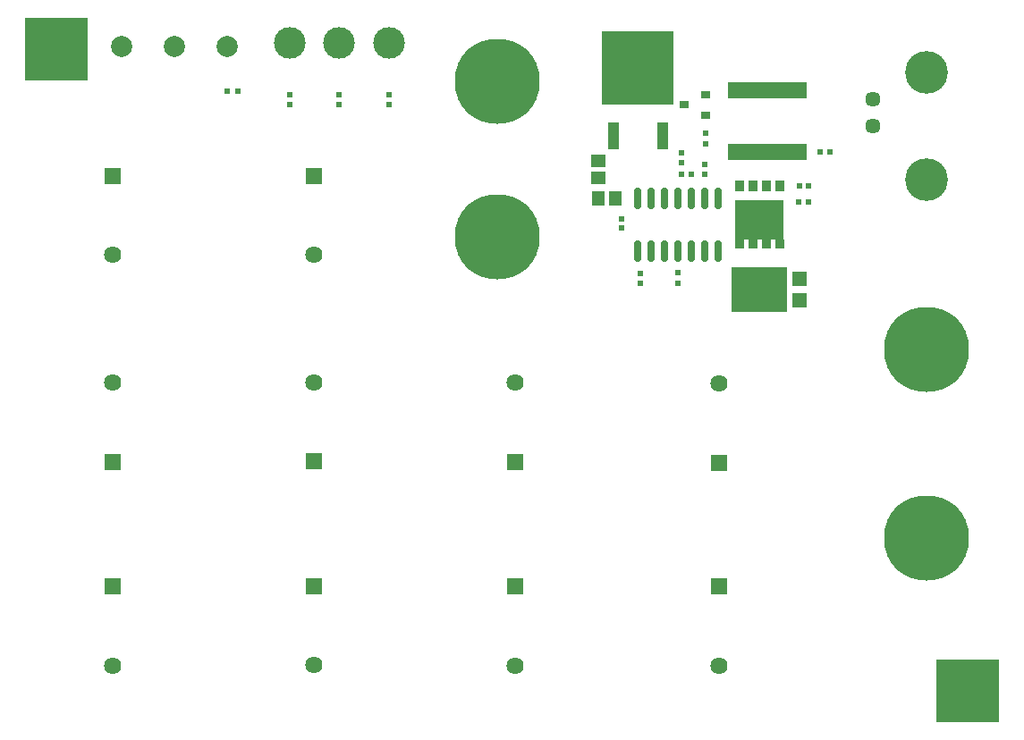
<source format=gts>
G04*
G04 #@! TF.GenerationSoftware,Altium Limited,Altium Designer,19.0.6 (157)*
G04*
G04 Layer_Color=3707366*
%FSLAX25Y25*%
%MOIN*%
G70*
G01*
G75*
%ADD17R,0.02000X0.02200*%
%ADD18R,0.05700X0.05500*%
%ADD19R,0.20866X0.16500*%
%ADD21R,0.02200X0.02000*%
%ADD22R,0.05140X0.05709*%
%ADD23R,0.05709X0.05140*%
%ADD28R,0.29300X0.06300*%
%ADD29R,0.03500X0.03100*%
%ADD31R,0.02400X0.02400*%
G04:AMPARAMS|DCode=32|XSize=80mil|YSize=24mil|CornerRadius=6.5mil|HoleSize=0mil|Usage=FLASHONLY|Rotation=90.000|XOffset=0mil|YOffset=0mil|HoleType=Round|Shape=RoundedRectangle|*
%AMROUNDEDRECTD32*
21,1,0.08000,0.01100,0,0,90.0*
21,1,0.06700,0.02400,0,0,90.0*
1,1,0.01300,0.00550,0.03350*
1,1,0.01300,0.00550,-0.03350*
1,1,0.01300,-0.00550,-0.03350*
1,1,0.01300,-0.00550,0.03350*
%
%ADD32ROUNDEDRECTD32*%
%ADD33R,0.02400X0.02400*%
%ADD34R,0.03900X0.10000*%
%ADD35R,0.26900X0.27500*%
%ADD36R,0.03350X0.03547*%
%ADD37R,0.03350X0.04137*%
%ADD38R,0.18310X0.14570*%
%ADD39C,0.07882*%
%ADD40R,0.06400X0.06400*%
%ADD41C,0.06400*%
%ADD42C,0.11819*%
%ADD43C,0.31696*%
%ADD44R,0.23630X0.23630*%
%ADD45C,0.05700*%
%ADD46C,0.15948*%
G36*
X277289Y196215D02*
D01*
D01*
D01*
D01*
D01*
D01*
D01*
D01*
D02*
G37*
G36*
X286467D02*
D01*
D01*
D01*
D01*
D01*
D01*
D01*
D01*
D02*
G37*
D17*
X87283Y240158D02*
D03*
X83583D02*
D03*
X304449Y217642D02*
D03*
X308149D02*
D03*
X300275Y198819D02*
D03*
X296575D02*
D03*
X252678Y209142D02*
D03*
X256378D02*
D03*
D18*
X296765Y170276D02*
D03*
Y162008D02*
D03*
D19*
X281778Y166142D02*
D03*
D21*
X261828Y224342D02*
D03*
Y220642D02*
D03*
X261378Y212842D02*
D03*
Y209142D02*
D03*
X251378Y172342D02*
D03*
Y168642D02*
D03*
D22*
X227964Y199992D02*
D03*
X221642D02*
D03*
D23*
Y214184D02*
D03*
Y207863D02*
D03*
D28*
X284878Y217642D02*
D03*
Y240342D02*
D03*
D29*
X261828Y231292D02*
D03*
Y238692D02*
D03*
X253928Y234992D02*
D03*
D31*
X106693Y238758D02*
D03*
Y235258D02*
D03*
X143701Y238758D02*
D03*
Y235258D02*
D03*
X230315Y189092D02*
D03*
Y192592D02*
D03*
X252756Y217104D02*
D03*
Y213604D02*
D03*
X125197Y238758D02*
D03*
Y235258D02*
D03*
X237441Y172008D02*
D03*
Y168508D02*
D03*
D32*
X236378Y180592D02*
D03*
X241378D02*
D03*
X246378D02*
D03*
X251378D02*
D03*
X256378D02*
D03*
X261378D02*
D03*
X266378D02*
D03*
Y199992D02*
D03*
X261378D02*
D03*
X256378D02*
D03*
X251378D02*
D03*
X246378D02*
D03*
X241378D02*
D03*
X236378D02*
D03*
D33*
X300175Y204770D02*
D03*
X296675D02*
D03*
D34*
X227598Y223569D02*
D03*
X245630D02*
D03*
D35*
X236614Y248819D02*
D03*
D36*
X289378Y183215D02*
D03*
X284378D02*
D03*
X279378D02*
D03*
X274378D02*
D03*
D37*
Y204770D02*
D03*
X279378D02*
D03*
X284378D02*
D03*
X289378D02*
D03*
D38*
X281878Y192073D02*
D03*
D39*
X83465Y256693D02*
D03*
X63779D02*
D03*
X44094D02*
D03*
D40*
X115878Y208520D02*
D03*
X266878Y101492D02*
D03*
X190878Y101965D02*
D03*
X115878Y101992D02*
D03*
X40878Y101965D02*
D03*
Y208520D02*
D03*
Y55492D02*
D03*
X115878Y55520D02*
D03*
X190878Y55492D02*
D03*
X266878D02*
D03*
D41*
X115878Y178992D02*
D03*
X266878Y131020D02*
D03*
X190878Y131492D02*
D03*
X115878Y131520D02*
D03*
X40878Y131492D02*
D03*
Y178992D02*
D03*
Y25965D02*
D03*
X115878Y25992D02*
D03*
X190878Y25965D02*
D03*
X266878D02*
D03*
D42*
X106693Y258268D02*
D03*
X125197D02*
D03*
X143701D02*
D03*
D43*
X184252Y243701D02*
D03*
Y185827D02*
D03*
X344094Y73622D02*
D03*
Y143701D02*
D03*
D44*
X359449Y16535D02*
D03*
X19685Y255906D02*
D03*
D45*
X324095Y227244D02*
D03*
Y237244D02*
D03*
D46*
X344094Y247244D02*
D03*
Y207244D02*
D03*
M02*

</source>
